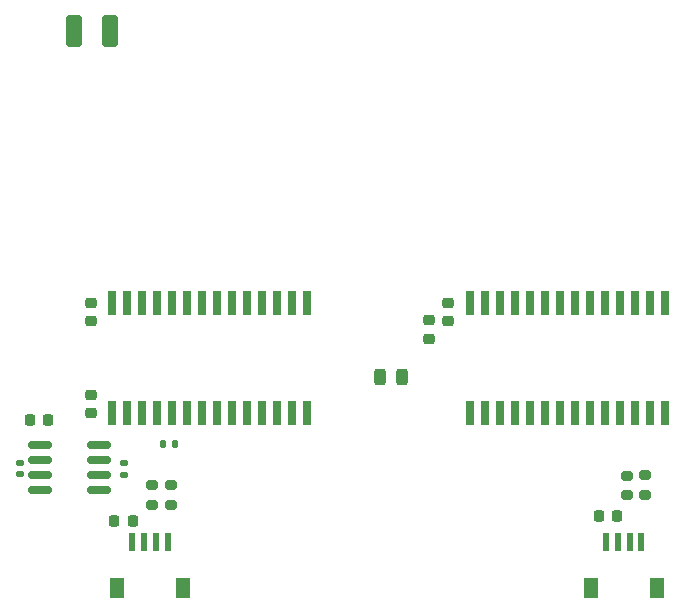
<source format=gtp>
%TF.GenerationSoftware,KiCad,Pcbnew,7.0.8*%
%TF.CreationDate,2023-10-01T18:46:54+03:00*%
%TF.ProjectId,ltp_kikad,6c74705f-6b69-46b6-9164-2e6b69636164,rev?*%
%TF.SameCoordinates,Original*%
%TF.FileFunction,Paste,Top*%
%TF.FilePolarity,Positive*%
%FSLAX46Y46*%
G04 Gerber Fmt 4.6, Leading zero omitted, Abs format (unit mm)*
G04 Created by KiCad (PCBNEW 7.0.8) date 2023-10-01 18:46:54*
%MOMM*%
%LPD*%
G01*
G04 APERTURE LIST*
G04 Aperture macros list*
%AMRoundRect*
0 Rectangle with rounded corners*
0 $1 Rounding radius*
0 $2 $3 $4 $5 $6 $7 $8 $9 X,Y pos of 4 corners*
0 Add a 4 corners polygon primitive as box body*
4,1,4,$2,$3,$4,$5,$6,$7,$8,$9,$2,$3,0*
0 Add four circle primitives for the rounded corners*
1,1,$1+$1,$2,$3*
1,1,$1+$1,$4,$5*
1,1,$1+$1,$6,$7*
1,1,$1+$1,$8,$9*
0 Add four rect primitives between the rounded corners*
20,1,$1+$1,$2,$3,$4,$5,0*
20,1,$1+$1,$4,$5,$6,$7,0*
20,1,$1+$1,$6,$7,$8,$9,0*
20,1,$1+$1,$8,$9,$2,$3,0*%
G04 Aperture macros list end*
%ADD10RoundRect,0.250000X-0.412500X-1.100000X0.412500X-1.100000X0.412500X1.100000X-0.412500X1.100000X0*%
%ADD11RoundRect,0.225000X0.225000X0.250000X-0.225000X0.250000X-0.225000X-0.250000X0.225000X-0.250000X0*%
%ADD12R,0.600000X1.550000*%
%ADD13R,1.200000X1.800000*%
%ADD14RoundRect,0.243750X-0.243750X-0.456250X0.243750X-0.456250X0.243750X0.456250X-0.243750X0.456250X0*%
%ADD15RoundRect,0.200000X0.275000X-0.200000X0.275000X0.200000X-0.275000X0.200000X-0.275000X-0.200000X0*%
%ADD16RoundRect,0.225000X0.250000X-0.225000X0.250000X0.225000X-0.250000X0.225000X-0.250000X-0.225000X0*%
%ADD17RoundRect,0.135000X0.185000X-0.135000X0.185000X0.135000X-0.185000X0.135000X-0.185000X-0.135000X0*%
%ADD18R,0.650000X2.100000*%
%ADD19RoundRect,0.225000X-0.250000X0.225000X-0.250000X-0.225000X0.250000X-0.225000X0.250000X0.225000X0*%
%ADD20RoundRect,0.150000X-0.825000X-0.150000X0.825000X-0.150000X0.825000X0.150000X-0.825000X0.150000X0*%
%ADD21RoundRect,0.140000X-0.170000X0.140000X-0.170000X-0.140000X0.170000X-0.140000X0.170000X0.140000X0*%
%ADD22RoundRect,0.147500X0.147500X0.172500X-0.147500X0.172500X-0.147500X-0.172500X0.147500X-0.172500X0*%
%ADD23RoundRect,0.225000X-0.225000X-0.250000X0.225000X-0.250000X0.225000X0.250000X-0.225000X0.250000X0*%
G04 APERTURE END LIST*
D10*
%TO.C,C6*%
X127849500Y-61300000D03*
X124724500Y-61300000D03*
%TD*%
D11*
%TO.C,C3*%
X170762000Y-102400000D03*
X169212000Y-102400000D03*
%TD*%
D12*
%TO.C,J1*%
X129687000Y-104600000D03*
X130687000Y-104600000D03*
X131687000Y-104600000D03*
X132687000Y-104600000D03*
D13*
X128387000Y-108475000D03*
X133987000Y-108475000D03*
%TD*%
D14*
%TO.C,D2*%
X150649500Y-90600000D03*
X152524500Y-90600000D03*
%TD*%
D15*
%TO.C,R1*%
X131387000Y-101425000D03*
X131387000Y-99775000D03*
%TD*%
%TO.C,R4*%
X171587000Y-100625000D03*
X171587000Y-98975000D03*
%TD*%
D16*
%TO.C,C5*%
X126187000Y-93675000D03*
X126187000Y-92125000D03*
%TD*%
D17*
%TO.C,R10*%
X128987000Y-98910000D03*
X128987000Y-97890000D03*
%TD*%
D18*
%TO.C,IC1*%
X127988900Y-93661600D03*
X129258900Y-93661600D03*
X130528900Y-93661600D03*
X131798900Y-93661600D03*
X133068900Y-93661600D03*
X134338900Y-93661600D03*
X135608900Y-93661600D03*
X136878900Y-93661600D03*
X138148900Y-93661600D03*
X139418900Y-93661600D03*
X140688900Y-93661600D03*
X141958900Y-93661600D03*
X143228900Y-93661600D03*
X144498900Y-93661600D03*
X144498900Y-84361600D03*
X143228900Y-84361600D03*
X141958900Y-84361600D03*
X140688900Y-84361600D03*
X139418900Y-84361600D03*
X138148900Y-84361600D03*
X136878900Y-84361600D03*
X135608900Y-84361600D03*
X134338900Y-84361600D03*
X133068900Y-84361600D03*
X131798900Y-84361600D03*
X130528900Y-84361600D03*
X129258900Y-84361600D03*
X127988900Y-84361600D03*
%TD*%
D19*
%TO.C,C2*%
X156437000Y-84325000D03*
X156437000Y-85875000D03*
%TD*%
D15*
%TO.C,R3*%
X132987000Y-101425000D03*
X132987000Y-99775000D03*
%TD*%
D20*
%TO.C,U1*%
X121912000Y-96395000D03*
X121912000Y-97665000D03*
X121912000Y-98935000D03*
X121912000Y-100205000D03*
X126862000Y-100205000D03*
X126862000Y-98935000D03*
X126862000Y-97665000D03*
X126862000Y-96395000D03*
%TD*%
D21*
%TO.C,C7*%
X120187000Y-97920000D03*
X120187000Y-98880000D03*
%TD*%
D22*
%TO.C,D3*%
X133272000Y-96300000D03*
X132302000Y-96300000D03*
%TD*%
D15*
%TO.C,R5*%
X173097000Y-100600000D03*
X173097000Y-98950000D03*
%TD*%
D19*
%TO.C,C1*%
X126187000Y-84325000D03*
X126187000Y-85875000D03*
%TD*%
%TO.C,C4*%
X154787000Y-85825000D03*
X154787000Y-87375000D03*
%TD*%
D11*
%TO.C,C8*%
X129737000Y-102800000D03*
X128187000Y-102800000D03*
%TD*%
D12*
%TO.C,J3*%
X169800000Y-104600000D03*
X170800000Y-104600000D03*
X171800000Y-104600000D03*
X172800000Y-104600000D03*
D13*
X168500000Y-108475000D03*
X174100000Y-108475000D03*
%TD*%
D18*
%TO.C,IC2*%
X158258900Y-93661600D03*
X159528900Y-93661600D03*
X160798900Y-93661600D03*
X162068900Y-93661600D03*
X163338900Y-93661600D03*
X164608900Y-93661600D03*
X165878900Y-93661600D03*
X167148900Y-93661600D03*
X168418900Y-93661600D03*
X169688900Y-93661600D03*
X170958900Y-93661600D03*
X172228900Y-93661600D03*
X173498900Y-93661600D03*
X174768900Y-93661600D03*
X174768900Y-84361600D03*
X173498900Y-84361600D03*
X172228900Y-84361600D03*
X170958900Y-84361600D03*
X169688900Y-84361600D03*
X168418900Y-84361600D03*
X167148900Y-84361600D03*
X165878900Y-84361600D03*
X164608900Y-84361600D03*
X163338900Y-84361600D03*
X162068900Y-84361600D03*
X160798900Y-84361600D03*
X159528900Y-84361600D03*
X158258900Y-84361600D03*
%TD*%
D23*
%TO.C,C9*%
X121012000Y-94300000D03*
X122562000Y-94300000D03*
%TD*%
M02*

</source>
